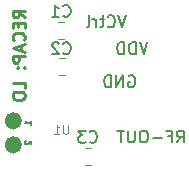
<source format=gbo>
G04 #@! TF.GenerationSoftware,KiCad,Pcbnew,5.0.2-bee76a0~70~ubuntu18.04.1*
G04 #@! TF.CreationDate,2019-03-08T02:12:03-05:00*
G04 #@! TF.ProjectId,LO1,4c4f312e-6b69-4636-9164-5f7063625858,rev?*
G04 #@! TF.SameCoordinates,Original*
G04 #@! TF.FileFunction,Legend,Bot*
G04 #@! TF.FilePolarity,Positive*
%FSLAX46Y46*%
G04 Gerber Fmt 4.6, Leading zero omitted, Abs format (unit mm)*
G04 Created by KiCad (PCBNEW 5.0.2-bee76a0~70~ubuntu18.04.1) date Fri 08 Mar 2019 02:12:03 AM EST*
%MOMM*%
%LPD*%
G01*
G04 APERTURE LIST*
%ADD10C,0.127000*%
%ADD11C,0.762000*%
%ADD12C,0.254000*%
%ADD13C,0.120000*%
%ADD14C,0.150000*%
%ADD15C,0.050000*%
G04 APERTURE END LIST*
D10*
X132055809Y-73490666D02*
X132055809Y-73200380D01*
X132055809Y-73345523D02*
X131547809Y-73345523D01*
X131620380Y-73297142D01*
X131668761Y-73248761D01*
X131692952Y-73200380D01*
X131596190Y-74845333D02*
X131572000Y-74869523D01*
X131547809Y-74917904D01*
X131547809Y-75038857D01*
X131572000Y-75087238D01*
X131596190Y-75111428D01*
X131644571Y-75135619D01*
X131692952Y-75135619D01*
X131765523Y-75111428D01*
X132055809Y-74821142D01*
X132055809Y-75135619D01*
D11*
X130915210Y-75184000D02*
G75*
G03X130915210Y-75184000I-359210J0D01*
G01*
X130915210Y-73152000D02*
G75*
G03X130915210Y-73152000I-359210J0D01*
G01*
D12*
X131523619Y-64395047D02*
X131039809Y-64056380D01*
X131523619Y-63814476D02*
X130507619Y-63814476D01*
X130507619Y-64201523D01*
X130556000Y-64298285D01*
X130604380Y-64346666D01*
X130701142Y-64395047D01*
X130846285Y-64395047D01*
X130943047Y-64346666D01*
X130991428Y-64298285D01*
X131039809Y-64201523D01*
X131039809Y-63814476D01*
X130991428Y-64830476D02*
X130991428Y-65169142D01*
X131523619Y-65314285D02*
X131523619Y-64830476D01*
X130507619Y-64830476D01*
X130507619Y-65314285D01*
X131426857Y-66330285D02*
X131475238Y-66281904D01*
X131523619Y-66136761D01*
X131523619Y-66040000D01*
X131475238Y-65894857D01*
X131378476Y-65798095D01*
X131281714Y-65749714D01*
X131088190Y-65701333D01*
X130943047Y-65701333D01*
X130749523Y-65749714D01*
X130652761Y-65798095D01*
X130556000Y-65894857D01*
X130507619Y-66040000D01*
X130507619Y-66136761D01*
X130556000Y-66281904D01*
X130604380Y-66330285D01*
X131233333Y-66717333D02*
X131233333Y-67201142D01*
X131523619Y-66620571D02*
X130507619Y-66959238D01*
X131523619Y-67297904D01*
X131523619Y-67636571D02*
X130507619Y-67636571D01*
X130507619Y-68023619D01*
X130556000Y-68120380D01*
X130604380Y-68168761D01*
X130701142Y-68217142D01*
X130846285Y-68217142D01*
X130943047Y-68168761D01*
X130991428Y-68120380D01*
X131039809Y-68023619D01*
X131039809Y-67636571D01*
X131426857Y-68652571D02*
X131475238Y-68700952D01*
X131523619Y-68652571D01*
X131475238Y-68604190D01*
X131426857Y-68652571D01*
X131523619Y-68652571D01*
X130894666Y-68652571D02*
X130943047Y-68700952D01*
X130991428Y-68652571D01*
X130943047Y-68604190D01*
X130894666Y-68652571D01*
X130991428Y-68652571D01*
X131523619Y-70394285D02*
X131523619Y-69910476D01*
X130507619Y-69910476D01*
X130507619Y-70926476D02*
X130507619Y-71120000D01*
X130556000Y-71216761D01*
X130652761Y-71313523D01*
X130846285Y-71361904D01*
X131184952Y-71361904D01*
X131378476Y-71313523D01*
X131475238Y-71216761D01*
X131523619Y-71120000D01*
X131523619Y-70926476D01*
X131475238Y-70829714D01*
X131378476Y-70732952D01*
X131184952Y-70684571D01*
X130846285Y-70684571D01*
X130652761Y-70732952D01*
X130556000Y-70829714D01*
X130507619Y-70926476D01*
D13*
G04 #@! TO.C,C1*
X134878578Y-64822000D02*
X134361422Y-64822000D01*
X134878578Y-66242000D02*
X134361422Y-66242000D01*
G04 #@! TO.C,C2*
X134439922Y-69290000D02*
X134957078Y-69290000D01*
X134439922Y-67870000D02*
X134957078Y-67870000D01*
G04 #@! TO.C,C3*
X137116078Y-76910000D02*
X136598922Y-76910000D01*
X137116078Y-75490000D02*
X136598922Y-75490000D01*
G04 #@! TO.C,C1*
D14*
X134786666Y-64239142D02*
X134834285Y-64286761D01*
X134977142Y-64334380D01*
X135072380Y-64334380D01*
X135215238Y-64286761D01*
X135310476Y-64191523D01*
X135358095Y-64096285D01*
X135405714Y-63905809D01*
X135405714Y-63762952D01*
X135358095Y-63572476D01*
X135310476Y-63477238D01*
X135215238Y-63382000D01*
X135072380Y-63334380D01*
X134977142Y-63334380D01*
X134834285Y-63382000D01*
X134786666Y-63429619D01*
X133834285Y-64334380D02*
X134405714Y-64334380D01*
X134120000Y-64334380D02*
X134120000Y-63334380D01*
X134215238Y-63477238D01*
X134310476Y-63572476D01*
X134405714Y-63620095D01*
G04 #@! TO.C,C2*
X134786666Y-67413142D02*
X134834285Y-67460761D01*
X134977142Y-67508380D01*
X135072380Y-67508380D01*
X135215238Y-67460761D01*
X135310476Y-67365523D01*
X135358095Y-67270285D01*
X135405714Y-67079809D01*
X135405714Y-66936952D01*
X135358095Y-66746476D01*
X135310476Y-66651238D01*
X135215238Y-66556000D01*
X135072380Y-66508380D01*
X134977142Y-66508380D01*
X134834285Y-66556000D01*
X134786666Y-66603619D01*
X134405714Y-66603619D02*
X134358095Y-66556000D01*
X134262857Y-66508380D01*
X134024761Y-66508380D01*
X133929523Y-66556000D01*
X133881904Y-66603619D01*
X133834285Y-66698857D01*
X133834285Y-66794095D01*
X133881904Y-66936952D01*
X134453333Y-67508380D01*
X133834285Y-67508380D01*
G04 #@! TO.C,C3*
X137024166Y-74907142D02*
X137071785Y-74954761D01*
X137214642Y-75002380D01*
X137309880Y-75002380D01*
X137452738Y-74954761D01*
X137547976Y-74859523D01*
X137595595Y-74764285D01*
X137643214Y-74573809D01*
X137643214Y-74430952D01*
X137595595Y-74240476D01*
X137547976Y-74145238D01*
X137452738Y-74050000D01*
X137309880Y-74002380D01*
X137214642Y-74002380D01*
X137071785Y-74050000D01*
X137024166Y-74097619D01*
X136690833Y-74002380D02*
X136071785Y-74002380D01*
X136405119Y-74383333D01*
X136262261Y-74383333D01*
X136167023Y-74430952D01*
X136119404Y-74478571D01*
X136071785Y-74573809D01*
X136071785Y-74811904D01*
X136119404Y-74907142D01*
X136167023Y-74954761D01*
X136262261Y-75002380D01*
X136547976Y-75002380D01*
X136643214Y-74954761D01*
X136690833Y-74907142D01*
G04 #@! TO.C,VCtrl*
X140120476Y-64222380D02*
X139787142Y-65222380D01*
X139453809Y-64222380D01*
X138549047Y-65127142D02*
X138596666Y-65174761D01*
X138739523Y-65222380D01*
X138834761Y-65222380D01*
X138977619Y-65174761D01*
X139072857Y-65079523D01*
X139120476Y-64984285D01*
X139168095Y-64793809D01*
X139168095Y-64650952D01*
X139120476Y-64460476D01*
X139072857Y-64365238D01*
X138977619Y-64270000D01*
X138834761Y-64222380D01*
X138739523Y-64222380D01*
X138596666Y-64270000D01*
X138549047Y-64317619D01*
X138263333Y-64555714D02*
X137882380Y-64555714D01*
X138120476Y-64222380D02*
X138120476Y-65079523D01*
X138072857Y-65174761D01*
X137977619Y-65222380D01*
X137882380Y-65222380D01*
X137549047Y-65222380D02*
X137549047Y-64555714D01*
X137549047Y-64746190D02*
X137501428Y-64650952D01*
X137453809Y-64603333D01*
X137358571Y-64555714D01*
X137263333Y-64555714D01*
X136787142Y-65222380D02*
X136882380Y-65174761D01*
X136930000Y-65079523D01*
X136930000Y-64222380D01*
G04 #@! TO.C,RF-OUT*
X144406666Y-74976380D02*
X144740000Y-74500190D01*
X144978095Y-74976380D02*
X144978095Y-73976380D01*
X144597142Y-73976380D01*
X144501904Y-74024000D01*
X144454285Y-74071619D01*
X144406666Y-74166857D01*
X144406666Y-74309714D01*
X144454285Y-74404952D01*
X144501904Y-74452571D01*
X144597142Y-74500190D01*
X144978095Y-74500190D01*
X143644761Y-74452571D02*
X143978095Y-74452571D01*
X143978095Y-74976380D02*
X143978095Y-73976380D01*
X143501904Y-73976380D01*
X143120952Y-74595428D02*
X142359047Y-74595428D01*
X141692380Y-73976380D02*
X141501904Y-73976380D01*
X141406666Y-74024000D01*
X141311428Y-74119238D01*
X141263809Y-74309714D01*
X141263809Y-74643047D01*
X141311428Y-74833523D01*
X141406666Y-74928761D01*
X141501904Y-74976380D01*
X141692380Y-74976380D01*
X141787619Y-74928761D01*
X141882857Y-74833523D01*
X141930476Y-74643047D01*
X141930476Y-74309714D01*
X141882857Y-74119238D01*
X141787619Y-74024000D01*
X141692380Y-73976380D01*
X140835238Y-73976380D02*
X140835238Y-74785904D01*
X140787619Y-74881142D01*
X140740000Y-74928761D01*
X140644761Y-74976380D01*
X140454285Y-74976380D01*
X140359047Y-74928761D01*
X140311428Y-74881142D01*
X140263809Y-74785904D01*
X140263809Y-73976380D01*
X139930476Y-73976380D02*
X139359047Y-73976380D01*
X139644761Y-74976380D02*
X139644761Y-73976380D01*
G04 #@! TO.C,GND*
X140334904Y-69350000D02*
X140430142Y-69302380D01*
X140573000Y-69302380D01*
X140715857Y-69350000D01*
X140811095Y-69445238D01*
X140858714Y-69540476D01*
X140906333Y-69730952D01*
X140906333Y-69873809D01*
X140858714Y-70064285D01*
X140811095Y-70159523D01*
X140715857Y-70254761D01*
X140573000Y-70302380D01*
X140477761Y-70302380D01*
X140334904Y-70254761D01*
X140287285Y-70207142D01*
X140287285Y-69873809D01*
X140477761Y-69873809D01*
X139858714Y-70302380D02*
X139858714Y-69302380D01*
X139287285Y-70302380D01*
X139287285Y-69302380D01*
X138811095Y-70302380D02*
X138811095Y-69302380D01*
X138573000Y-69302380D01*
X138430142Y-69350000D01*
X138334904Y-69445238D01*
X138287285Y-69540476D01*
X138239666Y-69730952D01*
X138239666Y-69873809D01*
X138287285Y-70064285D01*
X138334904Y-70159523D01*
X138430142Y-70254761D01*
X138573000Y-70302380D01*
X138811095Y-70302380D01*
G04 #@! TO.C,VDD*
X141922333Y-66508380D02*
X141589000Y-67508380D01*
X141255666Y-66508380D01*
X140922333Y-67508380D02*
X140922333Y-66508380D01*
X140684238Y-66508380D01*
X140541380Y-66556000D01*
X140446142Y-66651238D01*
X140398523Y-66746476D01*
X140350904Y-66936952D01*
X140350904Y-67079809D01*
X140398523Y-67270285D01*
X140446142Y-67365523D01*
X140541380Y-67460761D01*
X140684238Y-67508380D01*
X140922333Y-67508380D01*
X139922333Y-67508380D02*
X139922333Y-66508380D01*
X139684238Y-66508380D01*
X139541380Y-66556000D01*
X139446142Y-66651238D01*
X139398523Y-66746476D01*
X139350904Y-66936952D01*
X139350904Y-67079809D01*
X139398523Y-67270285D01*
X139446142Y-67365523D01*
X139541380Y-67460761D01*
X139684238Y-67508380D01*
X139922333Y-67508380D01*
G04 #@! TO.C,U1*
D15*
X135200571Y-73496714D02*
X135200571Y-74113571D01*
X135164285Y-74186142D01*
X135128000Y-74222428D01*
X135055428Y-74258714D01*
X134910285Y-74258714D01*
X134837714Y-74222428D01*
X134801428Y-74186142D01*
X134765142Y-74113571D01*
X134765142Y-73496714D01*
X134003142Y-74258714D02*
X134438571Y-74258714D01*
X134220857Y-74258714D02*
X134220857Y-73496714D01*
X134293428Y-73605571D01*
X134366000Y-73678142D01*
X134438571Y-73714428D01*
G04 #@! TD*
M02*

</source>
